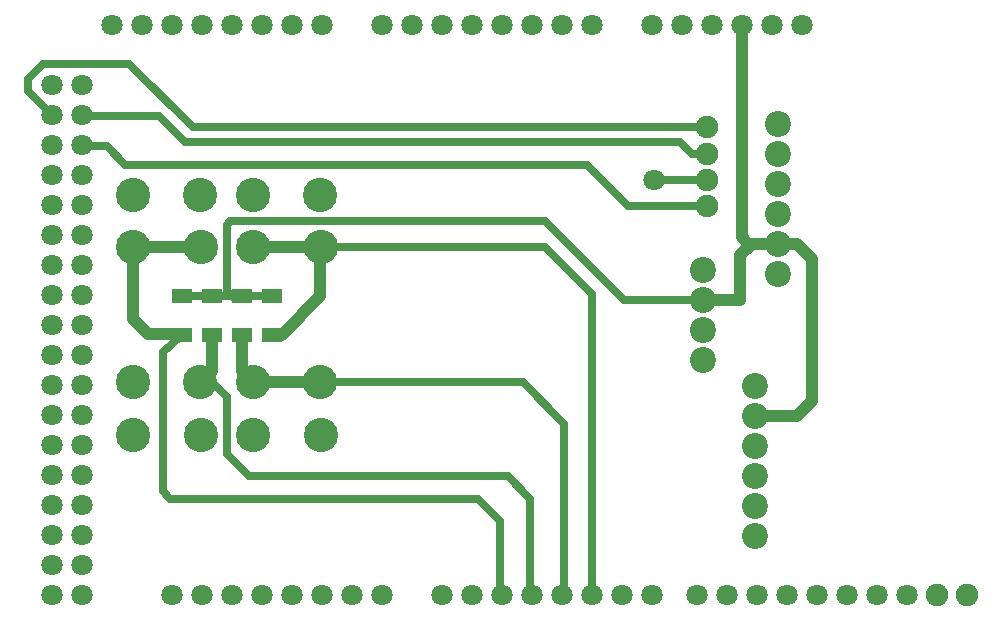
<source format=gbr>
%FSLAX34Y34*%
%MOMM*%
%LNCOPPER_TOP*%
G71*
G01*
%ADD10C, 1.80*%
%ADD11C, 1.90*%
%ADD12C, 2.20*%
%ADD13C, 2.90*%
%ADD14R, 1.80X1.30*%
%ADD15C, 1.00*%
%ADD16C, 0.70*%
%LPD*%
X34925Y717549D02*
G54D10*
D03*
X60325Y717549D02*
G54D10*
D03*
X34925Y742949D02*
G54D10*
D03*
X60324Y742949D02*
G54D10*
D03*
X34925Y768349D02*
G54D10*
D03*
X60325Y768349D02*
G54D10*
D03*
X34925Y793749D02*
G54D10*
D03*
X60325Y793749D02*
G54D10*
D03*
X34925Y819149D02*
G54D10*
D03*
X60325Y819149D02*
G54D10*
D03*
X34925Y844549D02*
G54D10*
D03*
X60325Y844549D02*
G54D10*
D03*
X34925Y869949D02*
G54D10*
D03*
X60325Y869949D02*
G54D10*
D03*
X34925Y920749D02*
G54D10*
D03*
X60325Y920749D02*
G54D10*
D03*
X34925Y615949D02*
G54D10*
D03*
X60325Y615949D02*
G54D10*
D03*
X34925Y641349D02*
G54D10*
D03*
X60325Y641349D02*
G54D10*
D03*
X34925Y666749D02*
G54D10*
D03*
X60325Y666749D02*
G54D10*
D03*
X34925Y692149D02*
G54D10*
D03*
X60325Y692149D02*
G54D10*
D03*
X34925Y514349D02*
G54D10*
D03*
X60325Y514349D02*
G54D10*
D03*
X34925Y539749D02*
G54D10*
D03*
X60325Y539749D02*
G54D10*
D03*
X34925Y565149D02*
G54D10*
D03*
X60325Y565149D02*
G54D10*
D03*
X34925Y590549D02*
G54D10*
D03*
X60325Y590549D02*
G54D10*
D03*
X238125Y488949D02*
G54D10*
D03*
X263525Y488949D02*
G54D10*
D03*
X288925Y488949D02*
G54D10*
D03*
X314325Y488949D02*
G54D10*
D03*
X136525Y488949D02*
G54D10*
D03*
X161925Y488949D02*
G54D10*
D03*
X187325Y488949D02*
G54D10*
D03*
X212725Y488949D02*
G54D10*
D03*
X187325Y971549D02*
G54D10*
D03*
X212725Y971549D02*
G54D10*
D03*
X238125Y971549D02*
G54D10*
D03*
X263525Y971549D02*
G54D10*
D03*
X85725Y971549D02*
G54D10*
D03*
X111125Y971549D02*
G54D10*
D03*
X136525Y971549D02*
G54D10*
D03*
X161925Y971549D02*
G54D10*
D03*
X466725Y488949D02*
G54D10*
D03*
X492125Y488949D02*
G54D10*
D03*
X517525Y488949D02*
G54D10*
D03*
X542925Y488949D02*
G54D10*
D03*
X365125Y488949D02*
G54D10*
D03*
X390525Y488949D02*
G54D10*
D03*
X415925Y488949D02*
G54D10*
D03*
X441325Y488949D02*
G54D10*
D03*
X682625Y488949D02*
G54D10*
D03*
X708025Y488949D02*
G54D10*
D03*
X733425Y488949D02*
G54D10*
D03*
X758825Y488949D02*
G54D10*
D03*
X581025Y488949D02*
G54D10*
D03*
X606425Y488949D02*
G54D10*
D03*
X631825Y488949D02*
G54D10*
D03*
X657225Y488949D02*
G54D10*
D03*
X415925Y971549D02*
G54D10*
D03*
X441325Y971549D02*
G54D10*
D03*
X466725Y971549D02*
G54D10*
D03*
X492125Y971549D02*
G54D10*
D03*
X314325Y971549D02*
G54D10*
D03*
X339725Y971549D02*
G54D10*
D03*
X365125Y971549D02*
G54D10*
D03*
X390525Y971549D02*
G54D10*
D03*
X644525Y971549D02*
G54D10*
D03*
X669925Y971549D02*
G54D10*
D03*
X542925Y971549D02*
G54D10*
D03*
X568325Y971549D02*
G54D10*
D03*
X593725Y971549D02*
G54D10*
D03*
X619125Y971549D02*
G54D10*
D03*
X34925Y895349D02*
G54D10*
D03*
X60325Y895349D02*
G54D10*
D03*
X34925Y488949D02*
G54D10*
D03*
X60325Y488949D02*
G54D10*
D03*
X784225Y488949D02*
G54D11*
D03*
X809625Y488949D02*
G54D11*
D03*
X586414Y764126D02*
G54D12*
D03*
X586414Y738726D02*
G54D12*
D03*
X586414Y713326D02*
G54D12*
D03*
X586414Y687926D02*
G54D12*
D03*
X262564Y827626D02*
G54D13*
D03*
X262664Y783226D02*
G54D13*
D03*
X205364Y783226D02*
G54D13*
D03*
X205364Y827626D02*
G54D13*
D03*
X262564Y668876D02*
G54D13*
D03*
X262664Y624476D02*
G54D13*
D03*
X205364Y624476D02*
G54D13*
D03*
X205364Y668876D02*
G54D13*
D03*
X160964Y827626D02*
G54D13*
D03*
X161064Y783226D02*
G54D13*
D03*
X103764Y783226D02*
G54D13*
D03*
X103764Y827626D02*
G54D13*
D03*
X160964Y668876D02*
G54D13*
D03*
X161064Y624476D02*
G54D13*
D03*
X103764Y624476D02*
G54D13*
D03*
X103764Y668876D02*
G54D13*
D03*
X630864Y665701D02*
G54D12*
D03*
X630864Y640301D02*
G54D12*
D03*
X630864Y614901D02*
G54D12*
D03*
X630864Y589501D02*
G54D12*
D03*
X630864Y564101D02*
G54D12*
D03*
X630864Y538701D02*
G54D12*
D03*
X649914Y887951D02*
G54D12*
D03*
X649914Y862551D02*
G54D12*
D03*
X649914Y837151D02*
G54D12*
D03*
X649914Y811751D02*
G54D12*
D03*
X649914Y786351D02*
G54D12*
D03*
X649914Y760951D02*
G54D12*
D03*
X221289Y741901D02*
G54D14*
D03*
X221389Y709401D02*
G54D14*
D03*
X195889Y741901D02*
G54D14*
D03*
X195989Y709401D02*
G54D14*
D03*
X170489Y741901D02*
G54D14*
D03*
X170589Y709401D02*
G54D14*
D03*
X145089Y741901D02*
G54D14*
D03*
X145189Y709401D02*
G54D14*
D03*
G54D15*
X170589Y709401D02*
X170589Y678501D01*
X160964Y668876D01*
G54D16*
X492125Y488949D02*
X492125Y744115D01*
X453064Y783176D01*
X262714Y783176D01*
X262664Y783226D01*
G54D16*
X262564Y668876D02*
X434014Y668876D01*
X468939Y633951D01*
X468939Y491164D01*
X466725Y488949D01*
G54D16*
X160964Y668876D02*
X170489Y668876D01*
X183189Y656176D01*
X183189Y608551D01*
X202239Y589501D01*
X421314Y589501D01*
X440364Y570451D01*
X440364Y489909D01*
X441325Y488949D01*
G54D16*
X145189Y709401D02*
X129214Y694276D01*
X129214Y576801D01*
X135564Y570451D01*
X395914Y570451D01*
X414964Y551401D01*
X414964Y489909D01*
X415925Y488949D01*
G54D15*
X103764Y783226D02*
X103764Y722901D01*
X116514Y710151D01*
X144439Y710151D01*
X145189Y709401D01*
G54D16*
X145089Y741901D02*
X221289Y741901D01*
G54D15*
X619125Y971549D02*
X619125Y791740D01*
X624514Y786351D01*
X649914Y786351D01*
G54D15*
X649914Y786351D02*
X627689Y786351D01*
X618164Y776826D01*
X618164Y738726D01*
X586414Y738726D01*
G54D16*
X586414Y738726D02*
X519739Y738726D01*
X453064Y805401D01*
X186364Y805401D01*
X183189Y802226D01*
X183189Y746001D01*
X188089Y741101D01*
G54D15*
X649914Y786351D02*
X665789Y786351D01*
X678489Y773651D01*
X678489Y653001D01*
X665789Y640301D01*
X630864Y640301D01*
X589589Y818101D02*
G54D11*
D03*
X589589Y840331D02*
G54D11*
D03*
X589589Y862551D02*
G54D11*
D03*
X589589Y884781D02*
G54D11*
D03*
G54D16*
X589589Y884776D02*
X154614Y884776D01*
X100639Y938751D01*
X27614Y938751D01*
X14914Y926051D01*
X14914Y915359D01*
X34925Y895349D01*
G54D16*
X589589Y862551D02*
X576889Y862551D01*
X567364Y872076D01*
X148264Y872076D01*
X126039Y894301D01*
X61373Y894301D01*
X60325Y895349D01*
G54D16*
X589589Y818101D02*
X522914Y818101D01*
X487989Y853026D01*
X97464Y853026D01*
X81589Y868901D01*
X61373Y868901D01*
X60325Y869949D01*
X545139Y840326D02*
G54D10*
D03*
G54D16*
X589589Y840326D02*
X545139Y840326D01*
G54D15*
X221389Y709401D02*
X230064Y709401D01*
X262564Y741901D01*
X262564Y783126D01*
X262664Y783226D01*
G54D15*
X195989Y709401D02*
X195989Y678251D01*
X205364Y668876D01*
X262564Y668876D01*
G54D15*
X205364Y783226D02*
X262664Y783226D01*
G54D15*
X103764Y783226D02*
X161064Y783226D01*
M02*

</source>
